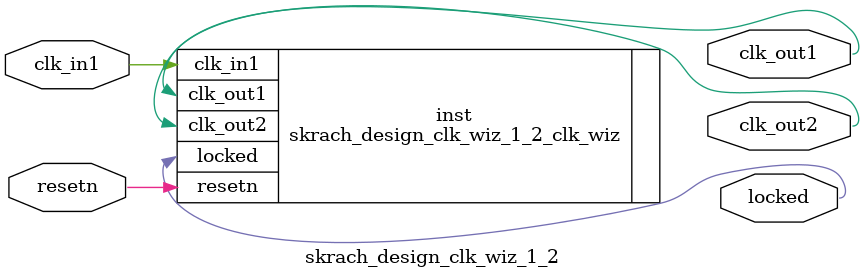
<source format=v>


`timescale 1ps/1ps

(* CORE_GENERATION_INFO = "skrach_design_clk_wiz_1_2,clk_wiz_v6_0_3_0_0,{component_name=skrach_design_clk_wiz_1_2,use_phase_alignment=true,use_min_o_jitter=false,use_max_i_jitter=false,use_dyn_phase_shift=false,use_inclk_switchover=false,use_dyn_reconfig=false,enable_axi=0,feedback_source=FDBK_AUTO,PRIMITIVE=MMCM,num_out_clk=2,clkin1_period=10.000,clkin2_period=10.000,use_power_down=false,use_reset=true,use_locked=true,use_inclk_stopped=false,feedback_type=SINGLE,CLOCK_MGR_TYPE=NA,manual_override=false}" *)

module skrach_design_clk_wiz_1_2 
 (
  // Clock out ports
  output        clk_out1,
  output        clk_out2,
  // Status and control signals
  input         resetn,
  output        locked,
 // Clock in ports
  input         clk_in1
 );

  skrach_design_clk_wiz_1_2_clk_wiz inst
  (
  // Clock out ports  
  .clk_out1(clk_out1),
  .clk_out2(clk_out2),
  // Status and control signals               
  .resetn(resetn), 
  .locked(locked),
 // Clock in ports
  .clk_in1(clk_in1)
  );

endmodule

</source>
